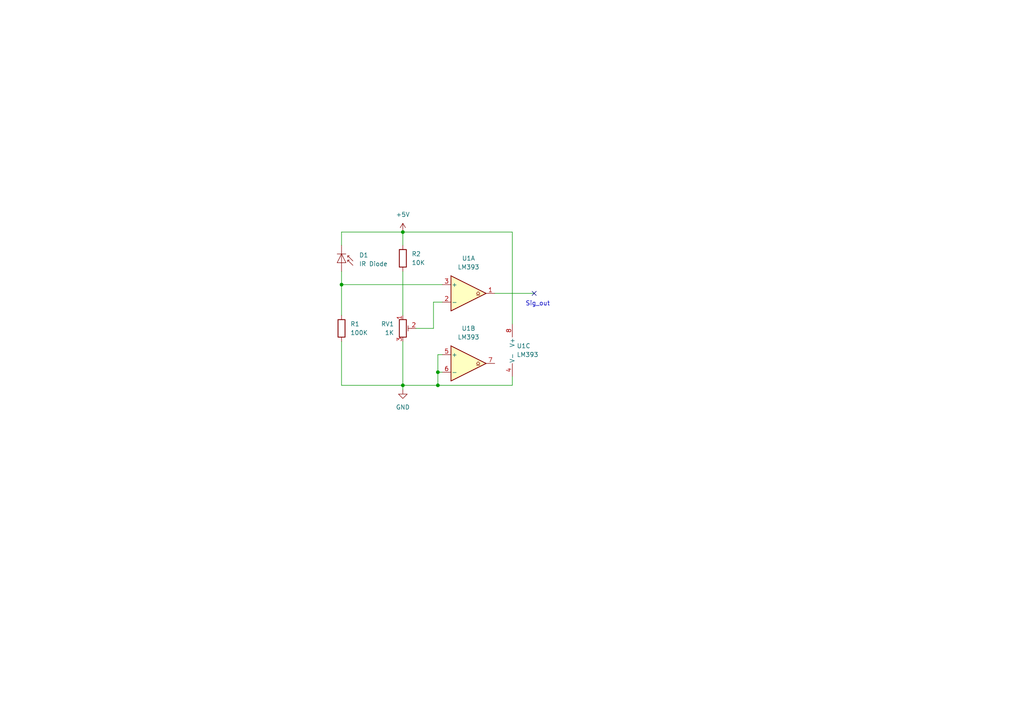
<source format=kicad_sch>
(kicad_sch (version 20230121) (generator eeschema)
  (paper "A4")
  (lib_symbols
    (symbol "Comparator:LM393" (pin_names (offset 0.127))
      (property "Reference" "U" (at 3.81 3.81 0))
      (property "Value" "LM393" (at 6.35 -3.81 0))
      (symbol "LM393_1_1"
        (polyline (pts (xy -5.08 5.08) (xy 5.08 0) (xy -5.08 -5.08) (xy -5.08 5.08)) (stroke (width 0.254)) (fill (type background)))
        (polyline (pts (xy 3.302 -0.508) (xy 2.794 -0.508) (xy 3.302 0) (xy 2.794 0.508) (xy 2.286 0) (xy 2.794 -0.508) (xy 2.286 -0.508)) (stroke (width 0.127)))
        (pin open_collector line (at 7.62 0 180) (length 2.54) (name "~") (number "1"))
        (pin input line (at -7.62 -2.54 0) (length 2.54) (name "-") (number "2"))
        (pin input line (at -7.62 2.54 0) (length 2.54) (name "+") (number "3"))
      )
      (symbol "LM393_2_1"
        (polyline (pts (xy -5.08 5.08) (xy 5.08 0) (xy -5.08 -5.08) (xy -5.08 5.08)) (stroke (width 0.254)) (fill (type background)))
        (polyline (pts (xy 3.302 -0.508) (xy 2.794 -0.508) (xy 3.302 0) (xy 2.794 0.508) (xy 2.286 0) (xy 2.794 -0.508) (xy 2.286 -0.508)) (stroke (width 0.127)))
        (pin input line (at -7.62 2.54 0) (length 2.54) (name "+") (number "5"))
        (pin input line (at -7.62 -2.54 0) (length 2.54) (name "-") (number "6"))
        (pin open_collector line (at 7.62 0 180) (length 2.54) (name "~") (number "7"))
      )
      (symbol "LM393_3_1"
        (pin power_in line (at -2.54 -7.62 90) (length 3.81) (name "V-") (number "4"))
        (pin power_in line (at -2.54 7.62 270) (length 3.81) (name "V+") (number "8"))
      )
    )
    (symbol "Device:R" (pin_numbers hide) (pin_names (offset 0))
      (property "Reference" "R" (at 2.032 0 90))
      (property "Value" "R" (at 0 0 90))
      (symbol "R_0_1"
        (rectangle (start -1.016 -2.54) (end 1.016 2.54) (stroke (width 0.254)))
      )
      (symbol "R_1_1"
        (pin passive line (at 0 3.81 270) (length 1.27) (name "~") (number "1"))
        (pin passive line (at 0 -3.81 90) (length 1.27) (name "~") (number "2"))
      )
    )
    (symbol "Device:R_Potentiometer_Trim" (pin_names (offset 1.016) hide)
      (property "Reference" "RV" (at -4.445 0 90))
      (property "Value" "R_Potentiometer_Trim" (at -2.54 0 90))
      (symbol "R_Potentiometer_Trim_0_1"
        (polyline (pts (xy 1.524 0.762) (xy 1.524 -0.762)))
        (polyline (pts (xy 2.54 0) (xy 1.524 0)))
        (rectangle (start 1.016 2.54) (end -1.016 -2.54) (stroke (width 0.254)))
      )
      (symbol "R_Potentiometer_Trim_1_1"
        (pin passive line (at 0 3.81 270) (length 1.27) (name "1") (number "1"))
        (pin passive line (at 3.81 0 180) (length 1.27) (name "2") (number "2"))
        (pin passive line (at 0 -3.81 90) (length 1.27) (name "3") (number "3"))
      )
    )
    (symbol "Sensor_Optical:SFH203" (pin_numbers hide) (pin_names hide)
      (property "Reference" "D" (at 0.508 1.778 0))
      (property "Value" "SFH203" (at -1.016 -2.794 0))
      (symbol "SFH203_0_1"
        (polyline (pts (xy -2.54 0) (xy 0 0)))
        (polyline (pts (xy -2.54 1.27) (xy -2.54 -1.27)) (stroke (width 0.1524)))
        (polyline (pts (xy -2.032 1.778) (xy -1.524 1.778)))
        (polyline (pts (xy 0 -1.27) (xy 0 1.27)))
        (polyline (pts (xy -0.508 3.302) (xy -2.032 1.778) (xy -2.032 2.286)))
        (polyline (pts (xy 0 1.27) (xy -2.54 0) (xy 0 -1.27)))
        (polyline (pts (xy 0.762 3.302) (xy -0.762 1.778) (xy -0.762 2.286) (xy -0.762 1.778) (xy -0.254 1.778)))
      )
      (symbol "SFH203_1_1"
        (pin passive line (at -5.08 0 0) (length 2.54) (name "K") (number "1"))
        (pin passive line (at 2.54 0 180) (length 2.54) (name "A") (number "2"))
      )
    )
    (symbol "power:+5V" (power) (pin_names (offset 0))
      (property "Value" "+5V" (at 0 3.556 0))
      (symbol "+5V_0_1"
        (polyline (pts (xy -0.762 1.27) (xy 0 2.54)))
        (polyline (pts (xy 0 0) (xy 0 2.54)))
        (polyline (pts (xy 0 2.54) (xy 0.762 1.27)))
      )
      (symbol "+5V_1_1"
        (pin power_in line (at 0 0 90) (length 0) hide (name "+5V") (number "1"))
      )
    )
    (symbol "power:GND" (power) (pin_names (offset 0))
      (property "Value" "GND" (at 0 -3.81 0))
      (symbol "GND_0_1"
        (polyline (pts (xy 0 0) (xy 0 -1.27) (xy 1.27 -1.27) (xy 0 -2.54) (xy -1.27 -1.27) (xy 0 -1.27)))
      )
      (symbol "GND_1_1"
        (pin power_in line (at 0 0 270) (length 0) hide (name "GND") (number "1"))
      )
    )
  )
  (junction (at 116.84 111.76))
  (junction (at 127 107.95))
  (junction (at 127 111.76))
  (junction (at 99.06 82.55))
  (junction (at 116.84 67.31))
  (no_connect (at 154.94 85.09))
  (wire (pts (xy 148.59 109.22) (xy 148.59 111.76)))
  (wire (pts (xy 127 107.95) (xy 127 111.76)))
  (wire (pts (xy 148.59 93.98) (xy 148.59 67.31)))
  (wire (pts (xy 143.51 85.09) (xy 154.94 85.09)))
  (wire (pts (xy 99.06 111.76) (xy 116.84 111.76)))
  (wire (pts (xy 128.27 107.95) (xy 127 107.95)))
  (wire (pts (xy 116.84 78.74) (xy 116.84 91.44)))
  (wire (pts (xy 116.84 111.76) (xy 127 111.76)))
  (wire (pts (xy 120.65 95.25) (xy 125.73 95.25)))
  (wire (pts (xy 99.06 67.31) (xy 99.06 71.12)))
  (wire (pts (xy 116.84 99.06) (xy 116.84 111.76)))
  (wire (pts (xy 127 107.95) (xy 127 102.87)))
  (wire (pts (xy 116.84 113.03) (xy 116.84 111.76)))
  (wire (pts (xy 99.06 78.74) (xy 99.06 82.55)))
  (wire (pts (xy 125.73 87.63) (xy 128.27 87.63)))
  (wire (pts (xy 125.73 95.25) (xy 125.73 87.63)))
  (wire (pts (xy 99.06 82.55) (xy 128.27 82.55)))
  (wire (pts (xy 148.59 67.31) (xy 116.84 67.31)))
  (wire (pts (xy 99.06 99.06) (xy 99.06 111.76)))
  (wire (pts (xy 127 102.87) (xy 128.27 102.87)))
  (wire (pts (xy 116.84 67.31) (xy 99.06 67.31)))
  (wire (pts (xy 127 111.76) (xy 148.59 111.76)))
  (wire (pts (xy 99.06 82.55) (xy 99.06 91.44)))
  (wire (pts (xy 116.84 67.31) (xy 116.84 71.12)))
  (text "Sig_out" (at 152.4 88.9 0) (effects (font (size 1.27 1.27)) (justify left bottom)))
  (symbol (lib_id "power:GND") (at 116.84 113.03 0) (unit 1)
    (property "Reference" "#PWR02" (effects hide))
    (property "Value" "GND" (at 116.84 118.11 0))
  )
  (symbol (lib_id "Device:R") (at 99.06 95.25 0) (unit 1)
    (property "Reference" "R1" (at 101.6 93.98 0) (effects (justify left)))
    (property "Value" "100K" (at 101.6 96.52 0) (effects (justify left)))
  )
  (symbol (lib_id "Device:R_Potentiometer_Trim") (at 116.84 95.25 0) (unit 1)
    (property "Reference" "RV1" (at 114.3 93.98 0) (effects (justify right)))
    (property "Value" "1K" (at 114.3 96.52 0) (effects (justify right)))
  )
  (symbol (lib_id "Comparator:LM393") (at 151.13 101.6 0) (unit 3)
    (property "Reference" "U1" (at 149.86 100.33 0) (effects (justify left)))
    (property "Value" "LM393" (at 149.86 102.87 0) (effects (justify left)))
    (property "Datasheet" "http://www.ti.com/lit/ds/symlink/lm393.pdf" (effects hide))
  )
  (symbol (lib_id "power:+5V") (at 116.84 67.31 0) (unit 1)
    (property "Reference" "#PWR01" (effects hide))
    (property "Value" "+5V" (at 116.84 62.23 0))
  )
  (symbol (lib_id "Device:R") (at 116.84 74.93 0) (unit 1)
    (property "Reference" "R2" (at 119.38 73.66 0) (effects (justify left)))
    (property "Value" "10K" (at 119.38 76.2 0) (effects (justify left)))
  )
  (symbol (lib_id "Comparator:LM393") (at 135.89 85.09 0) (unit 1)
    (property "Reference" "U1" (at 135.89 74.93 0))
    (property "Value" "LM393" (at 135.89 77.47 0))
    (property "Datasheet" "http://www.ti.com/lit/ds/symlink/lm393.pdf" (effects hide))
  )
  (symbol (lib_id "Sensor_Optical:SFH203") (at 99.06 76.2 270) (unit 1)
    (property "Reference" "D1" (at 104.14 74.0029 90) (effects (justify left)))
    (property "Value" "IR Diode" (at 104.14 76.5429 90) (effects (justify left)))
    (property "Footprint" "LED_THT:LED_D5.0mm_IRGrey" (effects hide))
    (property "Datasheet" "http://www.osram-os.com/Graphics/XPic9/00101656_0.pdf/SFH%20203,%20SFH%20203%20FA,%20Lead%20(Pb)%20Free%20Product%20-%20RoHS%20Compliant.pdf" (effects hide))
  )
  (symbol (lib_id "Comparator:LM393") (at 135.89 105.41 0) (unit 2)
    (property "Reference" "U1" (at 135.89 95.25 0))
    (property "Value" "LM393" (at 135.89 97.79 0))
    (property "Datasheet" "http://www.ti.com/lit/ds/symlink/lm393.pdf" (effects hide))
  )
)
</source>
